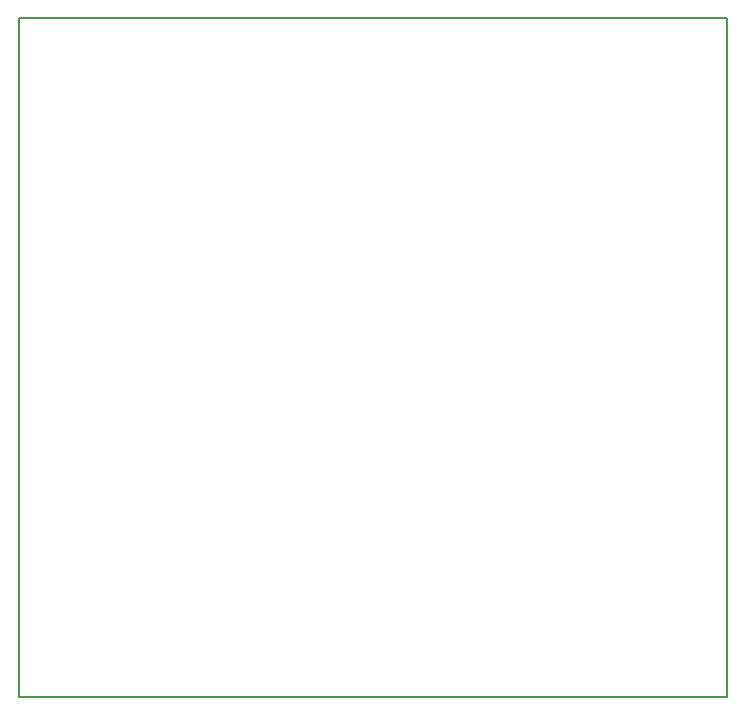
<source format=gbr>
G04 #@! TF.FileFunction,Profile,NP*
%FSLAX46Y46*%
G04 Gerber Fmt 4.6, Leading zero omitted, Abs format (unit mm)*
G04 Created by KiCad (PCBNEW 4.0.7) date Saturday, April 14, 2018 'PMt' 05:04:18 PM*
%MOMM*%
%LPD*%
G01*
G04 APERTURE LIST*
%ADD10C,0.100000*%
%ADD11C,0.150000*%
G04 APERTURE END LIST*
D10*
D11*
X190000000Y-65000000D02*
X190000000Y-67500000D01*
X130000000Y-65000000D02*
X190000000Y-65000000D01*
X130000000Y-67500000D02*
X130000000Y-65000000D01*
X190000000Y-122500000D02*
X130000000Y-122500000D01*
X190000000Y-67500000D02*
X190000000Y-122500000D01*
X130000000Y-122500000D02*
X130000000Y-67500000D01*
M02*

</source>
